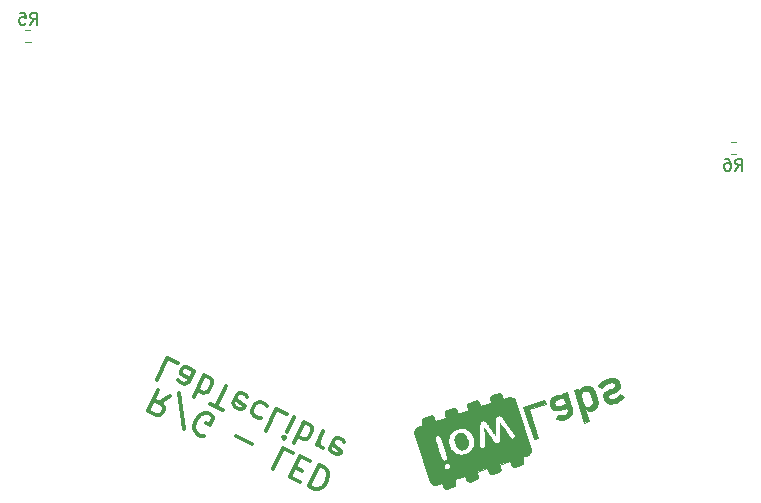
<source format=gbo>
G04 #@! TF.GenerationSoftware,KiCad,Pcbnew,(5.1.9)-1*
G04 #@! TF.CreationDate,2021-10-29T13:55:56-03:00*
G04 #@! TF.ProjectId,RG_Led_ring,52475f4c-6564-45f7-9269-6e672e6b6963,rev?*
G04 #@! TF.SameCoordinates,Original*
G04 #@! TF.FileFunction,Legend,Bot*
G04 #@! TF.FilePolarity,Positive*
%FSLAX46Y46*%
G04 Gerber Fmt 4.6, Leading zero omitted, Abs format (unit mm)*
G04 Created by KiCad (PCBNEW (5.1.9)-1) date 2021-10-29 13:55:56*
%MOMM*%
%LPD*%
G01*
G04 APERTURE LIST*
%ADD10C,0.300000*%
%ADD11C,0.010000*%
%ADD12C,0.120000*%
%ADD13C,0.150000*%
%ADD14O,2.900000X2.200000*%
%ADD15C,2.200000*%
%ADD16O,2.200000X2.900000*%
G04 APERTURE END LIST*
D10*
X132234009Y-125639933D02*
X131227310Y-126221338D01*
X131198228Y-125156941D02*
X130352992Y-126969557D01*
X131043512Y-127291552D01*
X131256391Y-127285735D01*
X131382956Y-127239670D01*
X131549770Y-127107289D01*
X131670518Y-126848344D01*
X131664701Y-126635464D01*
X131618636Y-126508900D01*
X131486255Y-126342086D01*
X130795735Y-126020091D01*
X133420083Y-128504849D02*
X132953146Y-125449854D01*
X135054253Y-129056707D02*
X134841373Y-129062523D01*
X134582428Y-128941775D01*
X134363732Y-128734712D01*
X134271601Y-128481583D01*
X134265785Y-128268704D01*
X134340467Y-127883194D01*
X134461215Y-127624249D01*
X134708528Y-127319239D01*
X134875342Y-127186858D01*
X135128470Y-127094727D01*
X135427665Y-127129160D01*
X135600295Y-127209658D01*
X135818990Y-127416721D01*
X135865056Y-127543286D01*
X135583311Y-128147491D01*
X135238051Y-127986494D01*
X137781436Y-129067410D02*
X139162476Y-129711400D01*
X142591812Y-130469856D02*
X141728662Y-130067363D01*
X140883425Y-131879978D01*
X142753274Y-131701067D02*
X143357479Y-131982813D01*
X144059167Y-131154095D02*
X143196017Y-130751602D01*
X142350781Y-132564217D01*
X143213931Y-132966711D01*
X144836003Y-131516340D02*
X143990766Y-133328955D01*
X144422341Y-133530202D01*
X144721536Y-133564635D01*
X144974665Y-133472504D01*
X145141478Y-133340123D01*
X145388791Y-133035112D01*
X145509539Y-132776167D01*
X145584221Y-132390658D01*
X145578405Y-132177778D01*
X145486274Y-131924650D01*
X145267578Y-131717586D01*
X144836003Y-131516340D01*
X132836111Y-122880806D02*
X131972961Y-122478313D01*
X131127725Y-124290928D01*
X134217152Y-123524796D02*
X133774409Y-124474261D01*
X133607595Y-124606642D01*
X133394716Y-124612458D01*
X133049456Y-124451461D01*
X132917075Y-124284647D01*
X134176902Y-123611111D02*
X134044522Y-123444297D01*
X133612947Y-123243050D01*
X133400067Y-123248867D01*
X133233253Y-123381247D01*
X133152755Y-123553877D01*
X133158571Y-123766757D01*
X133290952Y-123933571D01*
X133722527Y-124134817D01*
X133854908Y-124301631D01*
X135080302Y-123927289D02*
X134235065Y-125739905D01*
X134557060Y-125049385D02*
X134689441Y-125216199D01*
X135034701Y-125377196D01*
X135247581Y-125371380D01*
X135374145Y-125325314D01*
X135540959Y-125192933D01*
X135782455Y-124675043D01*
X135776639Y-124462164D01*
X135730573Y-124335599D01*
X135598192Y-124168786D01*
X135252932Y-124007788D01*
X135040053Y-124013604D01*
X135616106Y-126383895D02*
X136651886Y-126866887D01*
X136979233Y-124812775D02*
X136133996Y-126625391D01*
X138751599Y-125744327D02*
X138619218Y-125577513D01*
X138273958Y-125416516D01*
X138061079Y-125422332D01*
X137894265Y-125554713D01*
X137572270Y-126245233D01*
X137578086Y-126458112D01*
X137710467Y-126624926D01*
X138055727Y-126785924D01*
X138268607Y-126780107D01*
X138435420Y-126647727D01*
X138515919Y-126475096D01*
X137733267Y-125899973D01*
X140391584Y-126509065D02*
X140259204Y-126342251D01*
X139913944Y-126181254D01*
X139701064Y-126187070D01*
X139574500Y-126233136D01*
X139407686Y-126365516D01*
X139166190Y-126883406D01*
X139172006Y-127096286D01*
X139218072Y-127222850D01*
X139350453Y-127389664D01*
X139695713Y-127550661D01*
X139908592Y-127544845D01*
X142071819Y-127187487D02*
X141208669Y-126784994D01*
X140363432Y-128597609D01*
X142676024Y-127469233D02*
X142112533Y-128677643D01*
X141830788Y-129281849D02*
X141784722Y-129155284D01*
X141911287Y-129109219D01*
X141957352Y-129235783D01*
X141830788Y-129281849D01*
X141911287Y-129109219D01*
X143539175Y-127871727D02*
X142693938Y-129684342D01*
X143015933Y-128993822D02*
X143148314Y-129160636D01*
X143493574Y-129321633D01*
X143706453Y-129315817D01*
X143833018Y-129269751D01*
X143999831Y-129137370D01*
X144241328Y-128619480D01*
X144235511Y-128406601D01*
X144189446Y-128280036D01*
X144057065Y-128113223D01*
X143711805Y-127952225D01*
X143498925Y-127958042D01*
X145179160Y-128636464D02*
X144615669Y-129844875D01*
X144776667Y-129499615D02*
X144782483Y-129712494D01*
X144828549Y-129839058D01*
X144960929Y-130005872D01*
X145133559Y-130086371D01*
X146951526Y-129568016D02*
X146819146Y-129401202D01*
X146473886Y-129240205D01*
X146261006Y-129246021D01*
X146094192Y-129378402D01*
X145772198Y-130068922D01*
X145778014Y-130281801D01*
X145910395Y-130448615D01*
X146255655Y-130609613D01*
X146468534Y-130603796D01*
X146635348Y-130471416D01*
X146715847Y-130298786D01*
X145933195Y-129723662D01*
D11*
G36*
X157155852Y-130140777D02*
G01*
X157221506Y-130104578D01*
X157254247Y-130078727D01*
X157330758Y-129986288D01*
X157382956Y-129881345D01*
X157410909Y-129763411D01*
X157414685Y-129632004D01*
X157394348Y-129486637D01*
X157355887Y-129344710D01*
X157296539Y-129191822D01*
X157226146Y-129064769D01*
X157144488Y-128963326D01*
X157051351Y-128887265D01*
X156946513Y-128836361D01*
X156843588Y-128812084D01*
X156781221Y-128811838D01*
X156704454Y-128823363D01*
X156623166Y-128844049D01*
X156547238Y-128871285D01*
X156486553Y-128902461D01*
X156477217Y-128908865D01*
X156393972Y-128985346D01*
X156332808Y-129077825D01*
X156293430Y-129187066D01*
X156275543Y-129313832D01*
X156276488Y-129428085D01*
X156286687Y-129498222D01*
X156307858Y-129583984D01*
X156337279Y-129677896D01*
X156372229Y-129772489D01*
X156409987Y-129860287D01*
X156447829Y-129933818D01*
X156476727Y-129977858D01*
X156566253Y-130076557D01*
X156661463Y-130148268D01*
X156763812Y-130193905D01*
X156849488Y-130211983D01*
X156914882Y-130211068D01*
X156993661Y-130196945D01*
X157076944Y-130172541D01*
X157155852Y-130140777D01*
G37*
X157155852Y-130140777D02*
X157221506Y-130104578D01*
X157254247Y-130078727D01*
X157330758Y-129986288D01*
X157382956Y-129881345D01*
X157410909Y-129763411D01*
X157414685Y-129632004D01*
X157394348Y-129486637D01*
X157355887Y-129344710D01*
X157296539Y-129191822D01*
X157226146Y-129064769D01*
X157144488Y-128963326D01*
X157051351Y-128887265D01*
X156946513Y-128836361D01*
X156843588Y-128812084D01*
X156781221Y-128811838D01*
X156704454Y-128823363D01*
X156623166Y-128844049D01*
X156547238Y-128871285D01*
X156486553Y-128902461D01*
X156477217Y-128908865D01*
X156393972Y-128985346D01*
X156332808Y-129077825D01*
X156293430Y-129187066D01*
X156275543Y-129313832D01*
X156276488Y-129428085D01*
X156286687Y-129498222D01*
X156307858Y-129583984D01*
X156337279Y-129677896D01*
X156372229Y-129772489D01*
X156409987Y-129860287D01*
X156447829Y-129933818D01*
X156476727Y-129977858D01*
X156566253Y-130076557D01*
X156661463Y-130148268D01*
X156763812Y-130193905D01*
X156849488Y-130211983D01*
X156914882Y-130211068D01*
X156993661Y-130196945D01*
X157076944Y-130172541D01*
X157155852Y-130140777D01*
G36*
X162614086Y-126805329D02*
G01*
X164009814Y-126351830D01*
X163887718Y-125976057D01*
X162089375Y-126560374D01*
X162992014Y-129338410D01*
X163394628Y-129207592D01*
X162614086Y-126805329D01*
G37*
X162614086Y-126805329D02*
X164009814Y-126351830D01*
X163887718Y-125976057D01*
X162089375Y-126560374D01*
X162992014Y-129338410D01*
X163394628Y-129207592D01*
X162614086Y-126805329D01*
G36*
X170099611Y-126167593D02*
G01*
X170216463Y-126103666D01*
X170329078Y-126025731D01*
X170343055Y-126014966D01*
X170388132Y-125977363D01*
X170437661Y-125931995D01*
X170487482Y-125883209D01*
X170533440Y-125835351D01*
X170571377Y-125792768D01*
X170597136Y-125759804D01*
X170606560Y-125740808D01*
X170606387Y-125739646D01*
X170593323Y-125727744D01*
X170559724Y-125703529D01*
X170509147Y-125669382D01*
X170445152Y-125627682D01*
X170371297Y-125580812D01*
X170336142Y-125558883D01*
X170284937Y-125527112D01*
X170215077Y-125602594D01*
X170170871Y-125646353D01*
X170113684Y-125697468D01*
X170053611Y-125747044D01*
X170033465Y-125762620D01*
X169981868Y-125800596D01*
X169938883Y-125828505D01*
X169895986Y-125850633D01*
X169844658Y-125871268D01*
X169776375Y-125894699D01*
X169760775Y-125899823D01*
X169691064Y-125922187D01*
X169640676Y-125936476D01*
X169602251Y-125943802D01*
X169568427Y-125945283D01*
X169531845Y-125942033D01*
X169506233Y-125938385D01*
X169421532Y-125914901D01*
X169354052Y-125874212D01*
X169306562Y-125819221D01*
X169281828Y-125752827D01*
X169279568Y-125700733D01*
X169286945Y-125662065D01*
X169304114Y-125626759D01*
X169333680Y-125592990D01*
X169378250Y-125558933D01*
X169440430Y-125522762D01*
X169522826Y-125482655D01*
X169628044Y-125436781D01*
X169697442Y-125408085D01*
X169833336Y-125350116D01*
X169944847Y-125296417D01*
X170035066Y-125244806D01*
X170107088Y-125193106D01*
X170164003Y-125139138D01*
X170208904Y-125080722D01*
X170240046Y-125025714D01*
X170270041Y-124955420D01*
X170286765Y-124888894D01*
X170290192Y-124819868D01*
X170280291Y-124742080D01*
X170257033Y-124649260D01*
X170237983Y-124587827D01*
X170212440Y-124511402D01*
X170191595Y-124455660D01*
X170172445Y-124414131D01*
X170151988Y-124380349D01*
X170127221Y-124347845D01*
X170125754Y-124346063D01*
X170041147Y-124261714D01*
X169943994Y-124199211D01*
X169833322Y-124158437D01*
X169708155Y-124139275D01*
X169567521Y-124141610D01*
X169410443Y-124165322D01*
X169235949Y-124210297D01*
X169169388Y-124231435D01*
X169079782Y-124262856D01*
X169008248Y-124292423D01*
X168945308Y-124324420D01*
X168888981Y-124358332D01*
X168804298Y-124413867D01*
X168738029Y-124461344D01*
X168683644Y-124505909D01*
X168634617Y-124552707D01*
X168611487Y-124577024D01*
X168571086Y-124623158D01*
X168530893Y-124673411D01*
X168494794Y-124722349D01*
X168466674Y-124764544D01*
X168450418Y-124794563D01*
X168448155Y-124805358D01*
X168460480Y-124816481D01*
X168491129Y-124839123D01*
X168534651Y-124869598D01*
X168585597Y-124904224D01*
X168638511Y-124939315D01*
X168687945Y-124971188D01*
X168728445Y-124996157D01*
X168742415Y-125004222D01*
X168756208Y-125006284D01*
X168774392Y-124995960D01*
X168800796Y-124969986D01*
X168839252Y-124925100D01*
X168848414Y-124913948D01*
X168970166Y-124783893D01*
X169101542Y-124679268D01*
X169241560Y-124600732D01*
X169389240Y-124548943D01*
X169394667Y-124547591D01*
X169516597Y-124524638D01*
X169618707Y-124520734D01*
X169701984Y-124535868D01*
X169721592Y-124543312D01*
X169787992Y-124579974D01*
X169833484Y-124626990D01*
X169865268Y-124692221D01*
X169869539Y-124704805D01*
X169882151Y-124761364D01*
X169879883Y-124812503D01*
X169860926Y-124859979D01*
X169823471Y-124905549D01*
X169765708Y-124950974D01*
X169685828Y-124998011D01*
X169582021Y-125048419D01*
X169463602Y-125099380D01*
X169323445Y-125159519D01*
X169208011Y-125214581D01*
X169114691Y-125266518D01*
X169040874Y-125317279D01*
X168983951Y-125368818D01*
X168941311Y-125423083D01*
X168910345Y-125482028D01*
X168895040Y-125524424D01*
X168879605Y-125579921D01*
X168871567Y-125628072D01*
X168871484Y-125675594D01*
X168879917Y-125729212D01*
X168897423Y-125795643D01*
X168924564Y-125881611D01*
X168924847Y-125882473D01*
X168961178Y-125984742D01*
X168996946Y-126064379D01*
X169035881Y-126126645D01*
X169081718Y-126176802D01*
X169138188Y-126220110D01*
X169184295Y-126248178D01*
X169277213Y-126291644D01*
X169374503Y-126317644D01*
X169480140Y-126326310D01*
X169598095Y-126317769D01*
X169732345Y-126292151D01*
X169821354Y-126268923D01*
X169970563Y-126221388D01*
X170099611Y-126167593D01*
G37*
X170099611Y-126167593D02*
X170216463Y-126103666D01*
X170329078Y-126025731D01*
X170343055Y-126014966D01*
X170388132Y-125977363D01*
X170437661Y-125931995D01*
X170487482Y-125883209D01*
X170533440Y-125835351D01*
X170571377Y-125792768D01*
X170597136Y-125759804D01*
X170606560Y-125740808D01*
X170606387Y-125739646D01*
X170593323Y-125727744D01*
X170559724Y-125703529D01*
X170509147Y-125669382D01*
X170445152Y-125627682D01*
X170371297Y-125580812D01*
X170336142Y-125558883D01*
X170284937Y-125527112D01*
X170215077Y-125602594D01*
X170170871Y-125646353D01*
X170113684Y-125697468D01*
X170053611Y-125747044D01*
X170033465Y-125762620D01*
X169981868Y-125800596D01*
X169938883Y-125828505D01*
X169895986Y-125850633D01*
X169844658Y-125871268D01*
X169776375Y-125894699D01*
X169760775Y-125899823D01*
X169691064Y-125922187D01*
X169640676Y-125936476D01*
X169602251Y-125943802D01*
X169568427Y-125945283D01*
X169531845Y-125942033D01*
X169506233Y-125938385D01*
X169421532Y-125914901D01*
X169354052Y-125874212D01*
X169306562Y-125819221D01*
X169281828Y-125752827D01*
X169279568Y-125700733D01*
X169286945Y-125662065D01*
X169304114Y-125626759D01*
X169333680Y-125592990D01*
X169378250Y-125558933D01*
X169440430Y-125522762D01*
X169522826Y-125482655D01*
X169628044Y-125436781D01*
X169697442Y-125408085D01*
X169833336Y-125350116D01*
X169944847Y-125296417D01*
X170035066Y-125244806D01*
X170107088Y-125193106D01*
X170164003Y-125139138D01*
X170208904Y-125080722D01*
X170240046Y-125025714D01*
X170270041Y-124955420D01*
X170286765Y-124888894D01*
X170290192Y-124819868D01*
X170280291Y-124742080D01*
X170257033Y-124649260D01*
X170237983Y-124587827D01*
X170212440Y-124511402D01*
X170191595Y-124455660D01*
X170172445Y-124414131D01*
X170151988Y-124380349D01*
X170127221Y-124347845D01*
X170125754Y-124346063D01*
X170041147Y-124261714D01*
X169943994Y-124199211D01*
X169833322Y-124158437D01*
X169708155Y-124139275D01*
X169567521Y-124141610D01*
X169410443Y-124165322D01*
X169235949Y-124210297D01*
X169169388Y-124231435D01*
X169079782Y-124262856D01*
X169008248Y-124292423D01*
X168945308Y-124324420D01*
X168888981Y-124358332D01*
X168804298Y-124413867D01*
X168738029Y-124461344D01*
X168683644Y-124505909D01*
X168634617Y-124552707D01*
X168611487Y-124577024D01*
X168571086Y-124623158D01*
X168530893Y-124673411D01*
X168494794Y-124722349D01*
X168466674Y-124764544D01*
X168450418Y-124794563D01*
X168448155Y-124805358D01*
X168460480Y-124816481D01*
X168491129Y-124839123D01*
X168534651Y-124869598D01*
X168585597Y-124904224D01*
X168638511Y-124939315D01*
X168687945Y-124971188D01*
X168728445Y-124996157D01*
X168742415Y-125004222D01*
X168756208Y-125006284D01*
X168774392Y-124995960D01*
X168800796Y-124969986D01*
X168839252Y-124925100D01*
X168848414Y-124913948D01*
X168970166Y-124783893D01*
X169101542Y-124679268D01*
X169241560Y-124600732D01*
X169389240Y-124548943D01*
X169394667Y-124547591D01*
X169516597Y-124524638D01*
X169618707Y-124520734D01*
X169701984Y-124535868D01*
X169721592Y-124543312D01*
X169787992Y-124579974D01*
X169833484Y-124626990D01*
X169865268Y-124692221D01*
X169869539Y-124704805D01*
X169882151Y-124761364D01*
X169879883Y-124812503D01*
X169860926Y-124859979D01*
X169823471Y-124905549D01*
X169765708Y-124950974D01*
X169685828Y-124998011D01*
X169582021Y-125048419D01*
X169463602Y-125099380D01*
X169323445Y-125159519D01*
X169208011Y-125214581D01*
X169114691Y-125266518D01*
X169040874Y-125317279D01*
X168983951Y-125368818D01*
X168941311Y-125423083D01*
X168910345Y-125482028D01*
X168895040Y-125524424D01*
X168879605Y-125579921D01*
X168871567Y-125628072D01*
X168871484Y-125675594D01*
X168879917Y-125729212D01*
X168897423Y-125795643D01*
X168924564Y-125881611D01*
X168924847Y-125882473D01*
X168961178Y-125984742D01*
X168996946Y-126064379D01*
X169035881Y-126126645D01*
X169081718Y-126176802D01*
X169138188Y-126220110D01*
X169184295Y-126248178D01*
X169277213Y-126291644D01*
X169374503Y-126317644D01*
X169480140Y-126326310D01*
X169598095Y-126317769D01*
X169732345Y-126292151D01*
X169821354Y-126268923D01*
X169970563Y-126221388D01*
X170099611Y-126167593D01*
G36*
X167334200Y-126765369D02*
G01*
X167400835Y-126810447D01*
X167511816Y-126868981D01*
X167633641Y-126903703D01*
X167760632Y-126913683D01*
X167887115Y-126897994D01*
X167906439Y-126893170D01*
X168045052Y-126844027D01*
X168162803Y-126776705D01*
X168259048Y-126691885D01*
X168333143Y-126590247D01*
X168384444Y-126472474D01*
X168409566Y-126360772D01*
X168416712Y-126301672D01*
X168420020Y-126246352D01*
X168418782Y-126191016D01*
X168412289Y-126131867D01*
X168399832Y-126065114D01*
X168380707Y-125986960D01*
X168354202Y-125893612D01*
X168319611Y-125781273D01*
X168276286Y-125646334D01*
X168236003Y-125523433D01*
X168202576Y-125424129D01*
X168174718Y-125344995D01*
X168151147Y-125282607D01*
X168130578Y-125233536D01*
X168111729Y-125194357D01*
X168096957Y-125167719D01*
X168010538Y-125045251D01*
X167911336Y-124947635D01*
X167800638Y-124875351D01*
X167679737Y-124828886D01*
X167549925Y-124808719D01*
X167412491Y-124815335D01*
X167268727Y-124849215D01*
X167256204Y-124853385D01*
X167200315Y-124874219D01*
X167148377Y-124896601D01*
X167114653Y-124913996D01*
X167028044Y-124981158D01*
X166952637Y-125067770D01*
X166895061Y-125165431D01*
X166874018Y-125218875D01*
X166852916Y-125284129D01*
X166773117Y-125038533D01*
X166383924Y-125164990D01*
X166745056Y-126276440D01*
X167135883Y-126149453D01*
X167105538Y-126054972D01*
X167075630Y-125957946D01*
X167047576Y-125863000D01*
X167022793Y-125774761D01*
X167002698Y-125697850D01*
X166988708Y-125636896D01*
X166982238Y-125596524D01*
X166981979Y-125588992D01*
X166991244Y-125531632D01*
X167013181Y-125465345D01*
X167043029Y-125401652D01*
X167076029Y-125352071D01*
X167083052Y-125344390D01*
X167155415Y-125288781D01*
X167245086Y-125246859D01*
X167343366Y-125221342D01*
X167441560Y-125214947D01*
X167483999Y-125219125D01*
X167580061Y-125248246D01*
X167665044Y-125301985D01*
X167734588Y-125377549D01*
X167737299Y-125381441D01*
X167758557Y-125420436D01*
X167785177Y-125481635D01*
X167815496Y-125559909D01*
X167847850Y-125650126D01*
X167880576Y-125747158D01*
X167912013Y-125845874D01*
X167940495Y-125941146D01*
X167964359Y-126027843D01*
X167981943Y-126100835D01*
X167991583Y-126154991D01*
X167992815Y-126169499D01*
X167984726Y-126276971D01*
X167951720Y-126372536D01*
X167894419Y-126454532D01*
X167880535Y-126468732D01*
X167842539Y-126503059D01*
X167806608Y-126527583D01*
X167762959Y-126547786D01*
X167701813Y-126569152D01*
X167700831Y-126569471D01*
X167639259Y-126588075D01*
X167592698Y-126597443D01*
X167549954Y-126598813D01*
X167499830Y-126593425D01*
X167493152Y-126592438D01*
X167397858Y-126564753D01*
X167316661Y-126512725D01*
X167250276Y-126436857D01*
X167233301Y-126409426D01*
X167215374Y-126371376D01*
X167192218Y-126312280D01*
X167165248Y-126236764D01*
X167135883Y-126149453D01*
X166745056Y-126276440D01*
X167286563Y-127943026D01*
X167675756Y-127816570D01*
X167334200Y-126765369D01*
G37*
X167334200Y-126765369D02*
X167400835Y-126810447D01*
X167511816Y-126868981D01*
X167633641Y-126903703D01*
X167760632Y-126913683D01*
X167887115Y-126897994D01*
X167906439Y-126893170D01*
X168045052Y-126844027D01*
X168162803Y-126776705D01*
X168259048Y-126691885D01*
X168333143Y-126590247D01*
X168384444Y-126472474D01*
X168409566Y-126360772D01*
X168416712Y-126301672D01*
X168420020Y-126246352D01*
X168418782Y-126191016D01*
X168412289Y-126131867D01*
X168399832Y-126065114D01*
X168380707Y-125986960D01*
X168354202Y-125893612D01*
X168319611Y-125781273D01*
X168276286Y-125646334D01*
X168236003Y-125523433D01*
X168202576Y-125424129D01*
X168174718Y-125344995D01*
X168151147Y-125282607D01*
X168130578Y-125233536D01*
X168111729Y-125194357D01*
X168096957Y-125167719D01*
X168010538Y-125045251D01*
X167911336Y-124947635D01*
X167800638Y-124875351D01*
X167679737Y-124828886D01*
X167549925Y-124808719D01*
X167412491Y-124815335D01*
X167268727Y-124849215D01*
X167256204Y-124853385D01*
X167200315Y-124874219D01*
X167148377Y-124896601D01*
X167114653Y-124913996D01*
X167028044Y-124981158D01*
X166952637Y-125067770D01*
X166895061Y-125165431D01*
X166874018Y-125218875D01*
X166852916Y-125284129D01*
X166773117Y-125038533D01*
X166383924Y-125164990D01*
X166745056Y-126276440D01*
X167135883Y-126149453D01*
X167105538Y-126054972D01*
X167075630Y-125957946D01*
X167047576Y-125863000D01*
X167022793Y-125774761D01*
X167002698Y-125697850D01*
X166988708Y-125636896D01*
X166982238Y-125596524D01*
X166981979Y-125588992D01*
X166991244Y-125531632D01*
X167013181Y-125465345D01*
X167043029Y-125401652D01*
X167076029Y-125352071D01*
X167083052Y-125344390D01*
X167155415Y-125288781D01*
X167245086Y-125246859D01*
X167343366Y-125221342D01*
X167441560Y-125214947D01*
X167483999Y-125219125D01*
X167580061Y-125248246D01*
X167665044Y-125301985D01*
X167734588Y-125377549D01*
X167737299Y-125381441D01*
X167758557Y-125420436D01*
X167785177Y-125481635D01*
X167815496Y-125559909D01*
X167847850Y-125650126D01*
X167880576Y-125747158D01*
X167912013Y-125845874D01*
X167940495Y-125941146D01*
X167964359Y-126027843D01*
X167981943Y-126100835D01*
X167991583Y-126154991D01*
X167992815Y-126169499D01*
X167984726Y-126276971D01*
X167951720Y-126372536D01*
X167894419Y-126454532D01*
X167880535Y-126468732D01*
X167842539Y-126503059D01*
X167806608Y-126527583D01*
X167762959Y-126547786D01*
X167701813Y-126569152D01*
X167700831Y-126569471D01*
X167639259Y-126588075D01*
X167592698Y-126597443D01*
X167549954Y-126598813D01*
X167499830Y-126593425D01*
X167493152Y-126592438D01*
X167397858Y-126564753D01*
X167316661Y-126512725D01*
X167250276Y-126436857D01*
X167233301Y-126409426D01*
X167215374Y-126371376D01*
X167192218Y-126312280D01*
X167165248Y-126236764D01*
X167135883Y-126149453D01*
X166745056Y-126276440D01*
X167286563Y-127943026D01*
X167675756Y-127816570D01*
X167334200Y-126765369D01*
G36*
X165818920Y-127563204D02*
G01*
X165952454Y-127487179D01*
X166062450Y-127397501D01*
X166148341Y-127294727D01*
X166209560Y-127179416D01*
X166245543Y-127052122D01*
X166245853Y-127050326D01*
X166252510Y-127008224D01*
X166256955Y-126968629D01*
X166258619Y-126929036D01*
X166256929Y-126886938D01*
X166251313Y-126839828D01*
X166241200Y-126785201D01*
X166226018Y-126720549D01*
X166205195Y-126643367D01*
X166178161Y-126551148D01*
X166144342Y-126441386D01*
X166103167Y-126311575D01*
X166054066Y-126159206D01*
X166015429Y-126040118D01*
X165793424Y-125356855D01*
X165417651Y-125478951D01*
X165461401Y-125613601D01*
X165379021Y-125589163D01*
X165296252Y-125568715D01*
X165219660Y-125560091D01*
X165141335Y-125563611D01*
X165053367Y-125579595D01*
X164954574Y-125606342D01*
X164886706Y-125627184D01*
X164826327Y-125646756D01*
X164779941Y-125662880D01*
X164754055Y-125673382D01*
X164753835Y-125673497D01*
X164644817Y-125735103D01*
X164559165Y-125794258D01*
X164492719Y-125854751D01*
X164441320Y-125920369D01*
X164400810Y-125994896D01*
X164400785Y-125994951D01*
X164370014Y-126076364D01*
X164354735Y-126155458D01*
X164354745Y-126239383D01*
X164369840Y-126335292D01*
X164388925Y-126412124D01*
X164411939Y-126480049D01*
X164771326Y-126363277D01*
X164749215Y-126273298D01*
X164746302Y-126238646D01*
X164756241Y-126168661D01*
X164789331Y-126098791D01*
X164841424Y-126036318D01*
X164878611Y-126006409D01*
X164930937Y-125977082D01*
X165002543Y-125945646D01*
X165084941Y-125915043D01*
X165169642Y-125888213D01*
X165248162Y-125868095D01*
X165306448Y-125858169D01*
X165363014Y-125855157D01*
X165418999Y-125856748D01*
X165440029Y-125859080D01*
X165477990Y-125866335D01*
X165507669Y-125877318D01*
X165531786Y-125895894D01*
X165553064Y-125925932D01*
X165574223Y-125971297D01*
X165597985Y-126035856D01*
X165627070Y-126123477D01*
X165696727Y-126337861D01*
X165386259Y-126438738D01*
X165262774Y-126477961D01*
X165162182Y-126507977D01*
X165085458Y-126528516D01*
X165033581Y-126539308D01*
X165016769Y-126540978D01*
X164937183Y-126529834D01*
X164867972Y-126494520D01*
X164811798Y-126438009D01*
X164771326Y-126363277D01*
X164411939Y-126480049D01*
X164435534Y-126549687D01*
X164493314Y-126662165D01*
X164563414Y-126750860D01*
X164646986Y-126817070D01*
X164745181Y-126862096D01*
X164800613Y-126877179D01*
X164852010Y-126886889D01*
X164901494Y-126892081D01*
X164952907Y-126892135D01*
X165010092Y-126886434D01*
X165076891Y-126874358D01*
X165157147Y-126855291D01*
X165254702Y-126828616D01*
X165373397Y-126793711D01*
X165434518Y-126775221D01*
X165802455Y-126663257D01*
X165829470Y-126746401D01*
X165854356Y-126859218D01*
X165853186Y-126963498D01*
X165829994Y-127048713D01*
X165798107Y-127112882D01*
X165759198Y-127162897D01*
X165707598Y-127203555D01*
X165637637Y-127239659D01*
X165574847Y-127264740D01*
X165507977Y-127288420D01*
X165456295Y-127302979D01*
X165409074Y-127310477D01*
X165355588Y-127312971D01*
X165323452Y-127312988D01*
X165259349Y-127310583D01*
X165198105Y-127305036D01*
X165151350Y-127297460D01*
X165145384Y-127295970D01*
X165086125Y-127279846D01*
X164977739Y-127419317D01*
X164936218Y-127472938D01*
X164901415Y-127518249D01*
X164876775Y-127550738D01*
X164865744Y-127565892D01*
X164865537Y-127566249D01*
X164873613Y-127578716D01*
X164903347Y-127596578D01*
X164949314Y-127617291D01*
X165006091Y-127638310D01*
X165045689Y-127650773D01*
X165199343Y-127681099D01*
X165360767Y-127684507D01*
X165529332Y-127661023D01*
X165662413Y-127625019D01*
X165818920Y-127563204D01*
G37*
X165818920Y-127563204D02*
X165952454Y-127487179D01*
X166062450Y-127397501D01*
X166148341Y-127294727D01*
X166209560Y-127179416D01*
X166245543Y-127052122D01*
X166245853Y-127050326D01*
X166252510Y-127008224D01*
X166256955Y-126968629D01*
X166258619Y-126929036D01*
X166256929Y-126886938D01*
X166251313Y-126839828D01*
X166241200Y-126785201D01*
X166226018Y-126720549D01*
X166205195Y-126643367D01*
X166178161Y-126551148D01*
X166144342Y-126441386D01*
X166103167Y-126311575D01*
X166054066Y-126159206D01*
X166015429Y-126040118D01*
X165793424Y-125356855D01*
X165417651Y-125478951D01*
X165461401Y-125613601D01*
X165379021Y-125589163D01*
X165296252Y-125568715D01*
X165219660Y-125560091D01*
X165141335Y-125563611D01*
X165053367Y-125579595D01*
X164954574Y-125606342D01*
X164886706Y-125627184D01*
X164826327Y-125646756D01*
X164779941Y-125662880D01*
X164754055Y-125673382D01*
X164753835Y-125673497D01*
X164644817Y-125735103D01*
X164559165Y-125794258D01*
X164492719Y-125854751D01*
X164441320Y-125920369D01*
X164400810Y-125994896D01*
X164400785Y-125994951D01*
X164370014Y-126076364D01*
X164354735Y-126155458D01*
X164354745Y-126239383D01*
X164369840Y-126335292D01*
X164388925Y-126412124D01*
X164411939Y-126480049D01*
X164771326Y-126363277D01*
X164749215Y-126273298D01*
X164746302Y-126238646D01*
X164756241Y-126168661D01*
X164789331Y-126098791D01*
X164841424Y-126036318D01*
X164878611Y-126006409D01*
X164930937Y-125977082D01*
X165002543Y-125945646D01*
X165084941Y-125915043D01*
X165169642Y-125888213D01*
X165248162Y-125868095D01*
X165306448Y-125858169D01*
X165363014Y-125855157D01*
X165418999Y-125856748D01*
X165440029Y-125859080D01*
X165477990Y-125866335D01*
X165507669Y-125877318D01*
X165531786Y-125895894D01*
X165553064Y-125925932D01*
X165574223Y-125971297D01*
X165597985Y-126035856D01*
X165627070Y-126123477D01*
X165696727Y-126337861D01*
X165386259Y-126438738D01*
X165262774Y-126477961D01*
X165162182Y-126507977D01*
X165085458Y-126528516D01*
X165033581Y-126539308D01*
X165016769Y-126540978D01*
X164937183Y-126529834D01*
X164867972Y-126494520D01*
X164811798Y-126438009D01*
X164771326Y-126363277D01*
X164411939Y-126480049D01*
X164435534Y-126549687D01*
X164493314Y-126662165D01*
X164563414Y-126750860D01*
X164646986Y-126817070D01*
X164745181Y-126862096D01*
X164800613Y-126877179D01*
X164852010Y-126886889D01*
X164901494Y-126892081D01*
X164952907Y-126892135D01*
X165010092Y-126886434D01*
X165076891Y-126874358D01*
X165157147Y-126855291D01*
X165254702Y-126828616D01*
X165373397Y-126793711D01*
X165434518Y-126775221D01*
X165802455Y-126663257D01*
X165829470Y-126746401D01*
X165854356Y-126859218D01*
X165853186Y-126963498D01*
X165829994Y-127048713D01*
X165798107Y-127112882D01*
X165759198Y-127162897D01*
X165707598Y-127203555D01*
X165637637Y-127239659D01*
X165574847Y-127264740D01*
X165507977Y-127288420D01*
X165456295Y-127302979D01*
X165409074Y-127310477D01*
X165355588Y-127312971D01*
X165323452Y-127312988D01*
X165259349Y-127310583D01*
X165198105Y-127305036D01*
X165151350Y-127297460D01*
X165145384Y-127295970D01*
X165086125Y-127279846D01*
X164977739Y-127419317D01*
X164936218Y-127472938D01*
X164901415Y-127518249D01*
X164876775Y-127550738D01*
X164865744Y-127565892D01*
X164865537Y-127566249D01*
X164873613Y-127578716D01*
X164903347Y-127596578D01*
X164949314Y-127617291D01*
X165006091Y-127638310D01*
X165045689Y-127650773D01*
X165199343Y-127681099D01*
X165360767Y-127684507D01*
X165529332Y-127661023D01*
X165662413Y-127625019D01*
X165818920Y-127563204D01*
G36*
X161799295Y-131535829D02*
G01*
X161888197Y-131505412D01*
X161956329Y-131479396D01*
X162006753Y-131455698D01*
X162042530Y-131432239D01*
X162066720Y-131406937D01*
X162082386Y-131377712D01*
X162092587Y-131342481D01*
X162100386Y-131299166D01*
X162101750Y-131290485D01*
X162106638Y-131254051D01*
X162107773Y-131222434D01*
X162104047Y-131189121D01*
X162094358Y-131147599D01*
X162077601Y-131091355D01*
X162057215Y-131027845D01*
X161999445Y-130850047D01*
X162276867Y-130755124D01*
X162554289Y-130660200D01*
X162629344Y-130587139D01*
X162703507Y-130496849D01*
X162756298Y-130393445D01*
X162784706Y-130283263D01*
X162787784Y-130253486D01*
X162793839Y-130166921D01*
X161442061Y-126006578D01*
X161370767Y-125931056D01*
X161279038Y-125851725D01*
X161176638Y-125797960D01*
X161060289Y-125768096D01*
X161047230Y-125766291D01*
X160944259Y-125753106D01*
X160400060Y-125919279D01*
X160333778Y-125730885D01*
X160306880Y-125655409D01*
X160286253Y-125601359D01*
X160269162Y-125563418D01*
X160252867Y-125536265D01*
X160234632Y-125514584D01*
X160211718Y-125493055D01*
X160211046Y-125492460D01*
X160183224Y-125468136D01*
X160158763Y-125449747D01*
X160134146Y-125437604D01*
X160105858Y-125432021D01*
X160070379Y-125433308D01*
X160024194Y-125441779D01*
X159963785Y-125457743D01*
X159885635Y-125481516D01*
X159786226Y-125513408D01*
X159715326Y-125536435D01*
X159357632Y-125652657D01*
X159323408Y-125719826D01*
X159300825Y-125778079D01*
X159291659Y-125841477D01*
X159296157Y-125914949D01*
X159314571Y-126003424D01*
X159342593Y-126097937D01*
X159391949Y-126249836D01*
X158482403Y-126545366D01*
X158416855Y-126362651D01*
X158381619Y-126269818D01*
X158349699Y-126199978D01*
X158317890Y-126148666D01*
X158282986Y-126111414D01*
X158241783Y-126083759D01*
X158204219Y-126066383D01*
X158150889Y-126044751D01*
X157799648Y-126158932D01*
X157684019Y-126196728D01*
X157592321Y-126227745D01*
X157521606Y-126253822D01*
X157468932Y-126276797D01*
X157431351Y-126298506D01*
X157405918Y-126320787D01*
X157389689Y-126345480D01*
X157379719Y-126374419D01*
X157373063Y-126409444D01*
X157370506Y-126426690D01*
X157366923Y-126460855D01*
X157367460Y-126494219D01*
X157373183Y-126533016D01*
X157385159Y-126583480D01*
X157404451Y-126651846D01*
X157415205Y-126688106D01*
X157470793Y-126874058D01*
X156564037Y-127168681D01*
X156498665Y-126990865D01*
X156460369Y-126893637D01*
X156424641Y-126819906D01*
X156388499Y-126765499D01*
X156348960Y-126726241D01*
X156303040Y-126697956D01*
X156283012Y-126689102D01*
X156231763Y-126668313D01*
X155872250Y-126785126D01*
X155757362Y-126822548D01*
X155666344Y-126853039D01*
X155596271Y-126878517D01*
X155544212Y-126900899D01*
X155507238Y-126922100D01*
X155482423Y-126944037D01*
X155466836Y-126968627D01*
X155457549Y-126997785D01*
X155451635Y-127033429D01*
X155447995Y-127062760D01*
X155444869Y-127098179D01*
X155445749Y-127131474D01*
X155451848Y-127169122D01*
X155464381Y-127217603D01*
X155484564Y-127283399D01*
X155496049Y-127319097D01*
X155553696Y-127496960D01*
X154630201Y-127797022D01*
X154563449Y-127607280D01*
X154536461Y-127531525D01*
X154515774Y-127477224D01*
X154498671Y-127439089D01*
X154482435Y-127411830D01*
X154464347Y-127390160D01*
X154441691Y-127368789D01*
X154440247Y-127367506D01*
X154412424Y-127343182D01*
X154387963Y-127324793D01*
X154363346Y-127312651D01*
X154335058Y-127307067D01*
X154299579Y-127308355D01*
X154253394Y-127316825D01*
X154192985Y-127332790D01*
X154114835Y-127356562D01*
X154015427Y-127388454D01*
X153944526Y-127411482D01*
X153586832Y-127527703D01*
X153552609Y-127594872D01*
X153529943Y-127653514D01*
X153520848Y-127717437D01*
X153525569Y-127791563D01*
X153544352Y-127880814D01*
X153571339Y-127971583D01*
X153620239Y-128122082D01*
X153357047Y-128213933D01*
X153263943Y-128246747D01*
X153193131Y-128272712D01*
X153140106Y-128293832D01*
X153100362Y-128312115D01*
X153069395Y-128329562D01*
X153042699Y-128348181D01*
X153026534Y-128361012D01*
X152958259Y-128432275D01*
X152901027Y-128521497D01*
X152860297Y-128618973D01*
X152845025Y-128683647D01*
X152830822Y-128774864D01*
X153429860Y-130618510D01*
X154872634Y-130149725D01*
X154815045Y-129972458D01*
X154765664Y-129819917D01*
X154723983Y-129689983D01*
X154689493Y-129580536D01*
X154661687Y-129489461D01*
X154640059Y-129414638D01*
X154624098Y-129353948D01*
X154613297Y-129305277D01*
X154607149Y-129266502D01*
X154605146Y-129235508D01*
X154606779Y-129210176D01*
X154611541Y-129188388D01*
X154618923Y-129168026D01*
X154628419Y-129146972D01*
X154630910Y-129141680D01*
X154676855Y-129075455D01*
X154740944Y-129026653D01*
X154816639Y-128999010D01*
X154887356Y-128995125D01*
X154948963Y-129011113D01*
X155013484Y-129044360D01*
X155068889Y-129088182D01*
X155083180Y-129103896D01*
X155094737Y-129126019D01*
X155113791Y-129172182D01*
X155139380Y-129239494D01*
X155170547Y-129325068D01*
X155206331Y-129426016D01*
X155245775Y-129539451D01*
X155287918Y-129662484D01*
X155331801Y-129792228D01*
X155376465Y-129925794D01*
X155395002Y-129981840D01*
X155819244Y-129843996D01*
X155784441Y-129731542D01*
X155760157Y-129637806D01*
X155745534Y-129555684D01*
X155739714Y-129478067D01*
X155741837Y-129397849D01*
X155751045Y-129307923D01*
X155752826Y-129294340D01*
X155786789Y-129133934D01*
X155843453Y-128987308D01*
X155898916Y-128890132D01*
X155983372Y-128782248D01*
X156088294Y-128679257D01*
X156205986Y-128587915D01*
X156323098Y-128517832D01*
X156370609Y-128497872D01*
X156438183Y-128474966D01*
X156518109Y-128451175D01*
X156602675Y-128428558D01*
X156684170Y-128409177D01*
X156754882Y-128395092D01*
X156807100Y-128388363D01*
X156807743Y-128388327D01*
X156982642Y-128391539D01*
X157147071Y-128420888D01*
X157300441Y-128476078D01*
X157442169Y-128556811D01*
X157571666Y-128662790D01*
X157688348Y-128793718D01*
X157734760Y-128858093D01*
X157761515Y-128899411D01*
X157783892Y-128939301D01*
X157804498Y-128983794D01*
X157825940Y-129038921D01*
X157850826Y-129110713D01*
X157872575Y-129176828D01*
X157900618Y-129264767D01*
X157920612Y-129332528D01*
X157933989Y-129386514D01*
X157942180Y-129433129D01*
X157946620Y-129478777D01*
X157948325Y-129515531D01*
X157941719Y-129695522D01*
X157910120Y-129862621D01*
X157853967Y-130016180D01*
X157790629Y-130126149D01*
X158394727Y-129929865D01*
X158389344Y-129906896D01*
X158385095Y-129877006D01*
X158381901Y-129837554D01*
X158379689Y-129785899D01*
X158378379Y-129719399D01*
X158377896Y-129635413D01*
X158378162Y-129531299D01*
X158379100Y-129404416D01*
X158380635Y-129252122D01*
X158380749Y-129241690D01*
X158383079Y-129031754D01*
X158385193Y-128848126D01*
X158387139Y-128688897D01*
X158388963Y-128552153D01*
X158390712Y-128435986D01*
X158392434Y-128338482D01*
X158394176Y-128257730D01*
X158395986Y-128191820D01*
X158397909Y-128138839D01*
X158399993Y-128096876D01*
X158402286Y-128064019D01*
X158404835Y-128038358D01*
X158407687Y-128017979D01*
X158410889Y-128000973D01*
X158411424Y-127998495D01*
X158438267Y-127920657D01*
X158480046Y-127853013D01*
X158528121Y-127806770D01*
X158583903Y-127777283D01*
X158651645Y-127754132D01*
X158716673Y-127741960D01*
X158735528Y-127741148D01*
X158803042Y-127751655D01*
X158868723Y-127783290D01*
X158935334Y-127837963D01*
X159005635Y-127917587D01*
X159023090Y-127940259D01*
X159041672Y-127966203D01*
X159073943Y-128012674D01*
X159117904Y-128076741D01*
X159171559Y-128155470D01*
X159232909Y-128245926D01*
X159299958Y-128345177D01*
X159370707Y-128450290D01*
X159391651Y-128481480D01*
X159461426Y-128585258D01*
X159526652Y-128681912D01*
X159585585Y-128768879D01*
X159636477Y-128843601D01*
X159677584Y-128903516D01*
X159707157Y-128946063D01*
X159723451Y-128968683D01*
X159725798Y-128971520D01*
X159728347Y-128960742D01*
X159729950Y-128924461D01*
X159730629Y-128865378D01*
X159730401Y-128786197D01*
X159729287Y-128689622D01*
X159727307Y-128578353D01*
X159724480Y-128455092D01*
X159721195Y-128335013D01*
X159717484Y-128198838D01*
X159714490Y-128068578D01*
X159712250Y-127947523D01*
X159710800Y-127838964D01*
X159710176Y-127746194D01*
X159710414Y-127672500D01*
X159711551Y-127621178D01*
X159713069Y-127598916D01*
X159735414Y-127506701D01*
X159777374Y-127433809D01*
X159840744Y-127378123D01*
X159927315Y-127337526D01*
X159937183Y-127334258D01*
X160023977Y-127319685D01*
X160107826Y-127332783D01*
X160189078Y-127373694D01*
X160268074Y-127442561D01*
X160306427Y-127487009D01*
X160358394Y-127553127D01*
X160420551Y-127633629D01*
X160491130Y-127726115D01*
X160568359Y-127828181D01*
X160650464Y-127937426D01*
X160735675Y-128051447D01*
X160822220Y-128167843D01*
X160908327Y-128284211D01*
X160992226Y-128398149D01*
X161072143Y-128507256D01*
X161146308Y-128609128D01*
X161212951Y-128701365D01*
X161270297Y-128781563D01*
X161316576Y-128847322D01*
X161350017Y-128896238D01*
X161368847Y-128925910D01*
X161371711Y-128931423D01*
X161394658Y-129013504D01*
X161390930Y-129089153D01*
X161361838Y-129155554D01*
X161308695Y-129209893D01*
X161232815Y-129249351D01*
X161221702Y-129253127D01*
X161144877Y-129268776D01*
X161079748Y-129260558D01*
X161021185Y-129227258D01*
X160990580Y-129198525D01*
X160973820Y-129177555D01*
X160942926Y-129135672D01*
X160899612Y-129075312D01*
X160845590Y-128998915D01*
X160782576Y-128908920D01*
X160712281Y-128807765D01*
X160636420Y-128697888D01*
X160556707Y-128581728D01*
X160540230Y-128557631D01*
X160436515Y-128406427D01*
X160348129Y-128278795D01*
X160275011Y-128174653D01*
X160217100Y-128093917D01*
X160174337Y-128036504D01*
X160146660Y-128002330D01*
X160134010Y-127991310D01*
X160133133Y-127992553D01*
X160133195Y-128012314D01*
X160134254Y-128057118D01*
X160136208Y-128123805D01*
X160138954Y-128209217D01*
X160142388Y-128310195D01*
X160146407Y-128423581D01*
X160150910Y-128546215D01*
X160152621Y-128591788D01*
X160159131Y-128766110D01*
X160164433Y-128914622D01*
X160168485Y-129039713D01*
X160171246Y-129143768D01*
X160172676Y-129229179D01*
X160172730Y-129298333D01*
X160171368Y-129353616D01*
X160168547Y-129397419D01*
X160164228Y-129432128D01*
X160158367Y-129460131D01*
X160150923Y-129483819D01*
X160141855Y-129505577D01*
X160136465Y-129516959D01*
X160085754Y-129591959D01*
X160019178Y-129645717D01*
X159940832Y-129676944D01*
X159854813Y-129684347D01*
X159765217Y-129666639D01*
X159720443Y-129648007D01*
X159703454Y-129639327D01*
X159687551Y-129629809D01*
X159671371Y-129617619D01*
X159653547Y-129600926D01*
X159632717Y-129577895D01*
X159607516Y-129546691D01*
X159576581Y-129505482D01*
X159538547Y-129452434D01*
X159492048Y-129385714D01*
X159435723Y-129303488D01*
X159368207Y-129203922D01*
X159288135Y-129085182D01*
X159194144Y-128945437D01*
X159160461Y-128895324D01*
X159089235Y-128789532D01*
X159023013Y-128691529D01*
X158963412Y-128603682D01*
X158912050Y-128528359D01*
X158870543Y-128467929D01*
X158840512Y-128424757D01*
X158823570Y-128401212D01*
X158820352Y-128397503D01*
X158820309Y-128412120D01*
X158821075Y-128452220D01*
X158822580Y-128515083D01*
X158824748Y-128597983D01*
X158827507Y-128698197D01*
X158830782Y-128813002D01*
X158834500Y-128939673D01*
X158838589Y-129075488D01*
X158839115Y-129092758D01*
X158844404Y-129273276D01*
X158848362Y-129427766D01*
X158850926Y-129558395D01*
X158852032Y-129667329D01*
X158851621Y-129756734D01*
X158849630Y-129828776D01*
X158845995Y-129885622D01*
X158840656Y-129929439D01*
X158833550Y-129962390D01*
X158824614Y-129986645D01*
X158813787Y-130004367D01*
X158812917Y-130005469D01*
X158761944Y-130048925D01*
X158694820Y-130078411D01*
X158621677Y-130090234D01*
X158585512Y-130088300D01*
X158507985Y-130066855D01*
X158449416Y-130025303D01*
X158407027Y-129961535D01*
X158401322Y-129948556D01*
X158394727Y-129929865D01*
X157790629Y-130126149D01*
X157773693Y-130155552D01*
X157669736Y-130280090D01*
X157542533Y-130389147D01*
X157392517Y-130482073D01*
X157255085Y-130544877D01*
X157079802Y-130600809D01*
X156906447Y-130629538D01*
X156736400Y-130631093D01*
X156571039Y-130605509D01*
X156411748Y-130552817D01*
X156349710Y-130523991D01*
X156276611Y-130485206D01*
X156220254Y-130449709D01*
X156171089Y-130410522D01*
X156119572Y-130360663D01*
X156103652Y-130344076D01*
X156037090Y-130271338D01*
X155983999Y-130205707D01*
X155940693Y-130140702D01*
X155903485Y-130069842D01*
X155868690Y-129986649D01*
X155832622Y-129884641D01*
X155819244Y-129843996D01*
X155395002Y-129981840D01*
X155420952Y-130060295D01*
X155464301Y-130192843D01*
X155505553Y-130320550D01*
X155543750Y-130440527D01*
X155577932Y-130549887D01*
X155607140Y-130645741D01*
X155630415Y-130725204D01*
X155646797Y-130785386D01*
X155655327Y-130823398D01*
X155656085Y-130828769D01*
X155653382Y-130913781D01*
X155628382Y-130989253D01*
X155585037Y-131052334D01*
X155527301Y-131100174D01*
X155459127Y-131129923D01*
X155384467Y-131138729D01*
X155307275Y-131123742D01*
X155270145Y-131107077D01*
X155224761Y-131076564D01*
X155185480Y-131040183D01*
X155172776Y-131024058D01*
X155160489Y-130998234D01*
X155139999Y-130945512D01*
X155111341Y-130865991D01*
X155074547Y-130759767D01*
X155029652Y-130626938D01*
X154976689Y-130467600D01*
X154915690Y-130281850D01*
X154872634Y-130149725D01*
X153429860Y-130618510D01*
X153934854Y-132172723D01*
X155377849Y-131703866D01*
X155364436Y-131620597D01*
X155376418Y-131542682D01*
X155411011Y-131473810D01*
X155465438Y-131417670D01*
X155536916Y-131377950D01*
X155622667Y-131358339D01*
X155639080Y-131357243D01*
X155713534Y-131366337D01*
X155785966Y-131396441D01*
X155833789Y-131432338D01*
X155865243Y-131476665D01*
X155891076Y-131536746D01*
X155907342Y-131600580D01*
X155910094Y-131656160D01*
X155909283Y-131661985D01*
X155882515Y-131741750D01*
X155834231Y-131807799D01*
X155769236Y-131856529D01*
X155692337Y-131884345D01*
X155608344Y-131887648D01*
X155607847Y-131887589D01*
X155520607Y-131864948D01*
X155450866Y-131820675D01*
X155399971Y-131755844D01*
X155377849Y-131703866D01*
X153934854Y-132172723D01*
X154200042Y-132988889D01*
X154265276Y-133056086D01*
X154357178Y-133131012D01*
X154464285Y-133184120D01*
X154573326Y-133211513D01*
X154604036Y-133215462D01*
X154631215Y-133217111D01*
X154659420Y-133215556D01*
X154693214Y-133209894D01*
X154737157Y-133199222D01*
X154795811Y-133182638D01*
X154873736Y-133159237D01*
X154940735Y-133138764D01*
X155219246Y-133053468D01*
X155284092Y-133235137D01*
X155310849Y-133309078D01*
X155331499Y-133362014D01*
X155349069Y-133399636D01*
X155366585Y-133427642D01*
X155387076Y-133451725D01*
X155412372Y-133476457D01*
X155443696Y-133504920D01*
X155472034Y-133526167D01*
X155501018Y-133539993D01*
X155534282Y-133546190D01*
X155575460Y-133544551D01*
X155628186Y-133534869D01*
X155696093Y-133516937D01*
X155782815Y-133490548D01*
X155891986Y-133455494D01*
X155915762Y-133447773D01*
X156028495Y-133410876D01*
X156117397Y-133380459D01*
X156185529Y-133354443D01*
X156235953Y-133330745D01*
X156271730Y-133307285D01*
X156295920Y-133281984D01*
X156311586Y-133252758D01*
X156321787Y-133217528D01*
X156329586Y-133174213D01*
X156330950Y-133165531D01*
X156335829Y-133129224D01*
X156336981Y-133097714D01*
X156333306Y-133064529D01*
X156323699Y-133023196D01*
X156307059Y-132967240D01*
X156286043Y-132901744D01*
X156227900Y-132722798D01*
X156688698Y-132576979D01*
X157149496Y-132431161D01*
X157219470Y-132623566D01*
X157251588Y-132709414D01*
X157278446Y-132773067D01*
X157303286Y-132819238D01*
X157329353Y-132852642D01*
X157359888Y-132877993D01*
X157398137Y-132900007D01*
X157415511Y-132908546D01*
X157470909Y-132935057D01*
X157816848Y-132826802D01*
X157933266Y-132790156D01*
X158025696Y-132759945D01*
X158097117Y-132734278D01*
X158150508Y-132711259D01*
X158188845Y-132688999D01*
X158215110Y-132665603D01*
X158232278Y-132639179D01*
X158243328Y-132607835D01*
X158251238Y-132569677D01*
X158254776Y-132548505D01*
X158260141Y-132510128D01*
X158261626Y-132476335D01*
X158258301Y-132440486D01*
X158249231Y-132395943D01*
X158233487Y-132336066D01*
X158216669Y-132276857D01*
X158164062Y-132094090D01*
X159070636Y-131799527D01*
X159137388Y-131989269D01*
X159164697Y-132065730D01*
X159185799Y-132120706D01*
X159203357Y-132159500D01*
X159220030Y-132187421D01*
X159238482Y-132209774D01*
X159257144Y-132227983D01*
X159301116Y-132261111D01*
X159349514Y-132286948D01*
X159366850Y-132293173D01*
X159384714Y-132297903D01*
X159401919Y-132300415D01*
X159422016Y-132299825D01*
X159448557Y-132295245D01*
X159485094Y-132285791D01*
X159535179Y-132270576D01*
X159602360Y-132248716D01*
X159690194Y-132219323D01*
X159767337Y-132193297D01*
X159879541Y-132155273D01*
X159968046Y-132124337D01*
X160035872Y-132098492D01*
X160086039Y-132075740D01*
X160121568Y-132054085D01*
X160145478Y-132031529D01*
X160160791Y-132006076D01*
X160170528Y-131975728D01*
X160177707Y-131938489D01*
X160180744Y-131919961D01*
X160185052Y-131886230D01*
X160185362Y-131854205D01*
X160180655Y-131817674D01*
X160169913Y-131770424D01*
X160152119Y-131706242D01*
X160137710Y-131657277D01*
X160082261Y-131470830D01*
X160989233Y-131176137D01*
X161054485Y-131358948D01*
X161081320Y-131433125D01*
X161102016Y-131486267D01*
X161119581Y-131524039D01*
X161137022Y-131552103D01*
X161157344Y-131576125D01*
X161183172Y-131601411D01*
X161214496Y-131629873D01*
X161242834Y-131651120D01*
X161271817Y-131664947D01*
X161305082Y-131671143D01*
X161346260Y-131669504D01*
X161398986Y-131659822D01*
X161466892Y-131641891D01*
X161553615Y-131615501D01*
X161662786Y-131580448D01*
X161686562Y-131572727D01*
X161799295Y-131535829D01*
G37*
X161799295Y-131535829D02*
X161888197Y-131505412D01*
X161956329Y-131479396D01*
X162006753Y-131455698D01*
X162042530Y-131432239D01*
X162066720Y-131406937D01*
X162082386Y-131377712D01*
X162092587Y-131342481D01*
X162100386Y-131299166D01*
X162101750Y-131290485D01*
X162106638Y-131254051D01*
X162107773Y-131222434D01*
X162104047Y-131189121D01*
X162094358Y-131147599D01*
X162077601Y-131091355D01*
X162057215Y-131027845D01*
X161999445Y-130850047D01*
X162276867Y-130755124D01*
X162554289Y-130660200D01*
X162629344Y-130587139D01*
X162703507Y-130496849D01*
X162756298Y-130393445D01*
X162784706Y-130283263D01*
X162787784Y-130253486D01*
X162793839Y-130166921D01*
X161442061Y-126006578D01*
X161370767Y-125931056D01*
X161279038Y-125851725D01*
X161176638Y-125797960D01*
X161060289Y-125768096D01*
X161047230Y-125766291D01*
X160944259Y-125753106D01*
X160400060Y-125919279D01*
X160333778Y-125730885D01*
X160306880Y-125655409D01*
X160286253Y-125601359D01*
X160269162Y-125563418D01*
X160252867Y-125536265D01*
X160234632Y-125514584D01*
X160211718Y-125493055D01*
X160211046Y-125492460D01*
X160183224Y-125468136D01*
X160158763Y-125449747D01*
X160134146Y-125437604D01*
X160105858Y-125432021D01*
X160070379Y-125433308D01*
X160024194Y-125441779D01*
X159963785Y-125457743D01*
X159885635Y-125481516D01*
X159786226Y-125513408D01*
X159715326Y-125536435D01*
X159357632Y-125652657D01*
X159323408Y-125719826D01*
X159300825Y-125778079D01*
X159291659Y-125841477D01*
X159296157Y-125914949D01*
X159314571Y-126003424D01*
X159342593Y-126097937D01*
X159391949Y-126249836D01*
X158482403Y-126545366D01*
X158416855Y-126362651D01*
X158381619Y-126269818D01*
X158349699Y-126199978D01*
X158317890Y-126148666D01*
X158282986Y-126111414D01*
X158241783Y-126083759D01*
X158204219Y-126066383D01*
X158150889Y-126044751D01*
X157799648Y-126158932D01*
X157684019Y-126196728D01*
X157592321Y-126227745D01*
X157521606Y-126253822D01*
X157468932Y-126276797D01*
X157431351Y-126298506D01*
X157405918Y-126320787D01*
X157389689Y-126345480D01*
X157379719Y-126374419D01*
X157373063Y-126409444D01*
X157370506Y-126426690D01*
X157366923Y-126460855D01*
X157367460Y-126494219D01*
X157373183Y-126533016D01*
X157385159Y-126583480D01*
X157404451Y-126651846D01*
X157415205Y-126688106D01*
X157470793Y-126874058D01*
X156564037Y-127168681D01*
X156498665Y-126990865D01*
X156460369Y-126893637D01*
X156424641Y-126819906D01*
X156388499Y-126765499D01*
X156348960Y-126726241D01*
X156303040Y-126697956D01*
X156283012Y-126689102D01*
X156231763Y-126668313D01*
X155872250Y-126785126D01*
X155757362Y-126822548D01*
X155666344Y-126853039D01*
X155596271Y-126878517D01*
X155544212Y-126900899D01*
X155507238Y-126922100D01*
X155482423Y-126944037D01*
X155466836Y-126968627D01*
X155457549Y-126997785D01*
X155451635Y-127033429D01*
X155447995Y-127062760D01*
X155444869Y-127098179D01*
X155445749Y-127131474D01*
X155451848Y-127169122D01*
X155464381Y-127217603D01*
X155484564Y-127283399D01*
X155496049Y-127319097D01*
X155553696Y-127496960D01*
X154630201Y-127797022D01*
X154563449Y-127607280D01*
X154536461Y-127531525D01*
X154515774Y-127477224D01*
X154498671Y-127439089D01*
X154482435Y-127411830D01*
X154464347Y-127390160D01*
X154441691Y-127368789D01*
X154440247Y-127367506D01*
X154412424Y-127343182D01*
X154387963Y-127324793D01*
X154363346Y-127312651D01*
X154335058Y-127307067D01*
X154299579Y-127308355D01*
X154253394Y-127316825D01*
X154192985Y-127332790D01*
X154114835Y-127356562D01*
X154015427Y-127388454D01*
X153944526Y-127411482D01*
X153586832Y-127527703D01*
X153552609Y-127594872D01*
X153529943Y-127653514D01*
X153520848Y-127717437D01*
X153525569Y-127791563D01*
X153544352Y-127880814D01*
X153571339Y-127971583D01*
X153620239Y-128122082D01*
X153357047Y-128213933D01*
X153263943Y-128246747D01*
X153193131Y-128272712D01*
X153140106Y-128293832D01*
X153100362Y-128312115D01*
X153069395Y-128329562D01*
X153042699Y-128348181D01*
X153026534Y-128361012D01*
X152958259Y-128432275D01*
X152901027Y-128521497D01*
X152860297Y-128618973D01*
X152845025Y-128683647D01*
X152830822Y-128774864D01*
X153429860Y-130618510D01*
X154872634Y-130149725D01*
X154815045Y-129972458D01*
X154765664Y-129819917D01*
X154723983Y-129689983D01*
X154689493Y-129580536D01*
X154661687Y-129489461D01*
X154640059Y-129414638D01*
X154624098Y-129353948D01*
X154613297Y-129305277D01*
X154607149Y-129266502D01*
X154605146Y-129235508D01*
X154606779Y-129210176D01*
X154611541Y-129188388D01*
X154618923Y-129168026D01*
X154628419Y-129146972D01*
X154630910Y-129141680D01*
X154676855Y-129075455D01*
X154740944Y-129026653D01*
X154816639Y-128999010D01*
X154887356Y-128995125D01*
X154948963Y-129011113D01*
X155013484Y-129044360D01*
X155068889Y-129088182D01*
X155083180Y-129103896D01*
X155094737Y-129126019D01*
X155113791Y-129172182D01*
X155139380Y-129239494D01*
X155170547Y-129325068D01*
X155206331Y-129426016D01*
X155245775Y-129539451D01*
X155287918Y-129662484D01*
X155331801Y-129792228D01*
X155376465Y-129925794D01*
X155395002Y-129981840D01*
X155819244Y-129843996D01*
X155784441Y-129731542D01*
X155760157Y-129637806D01*
X155745534Y-129555684D01*
X155739714Y-129478067D01*
X155741837Y-129397849D01*
X155751045Y-129307923D01*
X155752826Y-129294340D01*
X155786789Y-129133934D01*
X155843453Y-128987308D01*
X155898916Y-128890132D01*
X155983372Y-128782248D01*
X156088294Y-128679257D01*
X156205986Y-128587915D01*
X156323098Y-128517832D01*
X156370609Y-128497872D01*
X156438183Y-128474966D01*
X156518109Y-128451175D01*
X156602675Y-128428558D01*
X156684170Y-128409177D01*
X156754882Y-128395092D01*
X156807100Y-128388363D01*
X156807743Y-128388327D01*
X156982642Y-128391539D01*
X157147071Y-128420888D01*
X157300441Y-128476078D01*
X157442169Y-128556811D01*
X157571666Y-128662790D01*
X157688348Y-128793718D01*
X157734760Y-128858093D01*
X157761515Y-128899411D01*
X157783892Y-128939301D01*
X157804498Y-128983794D01*
X157825940Y-129038921D01*
X157850826Y-129110713D01*
X157872575Y-129176828D01*
X157900618Y-129264767D01*
X157920612Y-129332528D01*
X157933989Y-129386514D01*
X157942180Y-129433129D01*
X157946620Y-129478777D01*
X157948325Y-129515531D01*
X157941719Y-129695522D01*
X157910120Y-129862621D01*
X157853967Y-130016180D01*
X157790629Y-130126149D01*
X158394727Y-129929865D01*
X158389344Y-129906896D01*
X158385095Y-129877006D01*
X158381901Y-129837554D01*
X158379689Y-129785899D01*
X158378379Y-129719399D01*
X158377896Y-129635413D01*
X158378162Y-129531299D01*
X158379100Y-129404416D01*
X158380635Y-129252122D01*
X158380749Y-129241690D01*
X158383079Y-129031754D01*
X158385193Y-128848126D01*
X158387139Y-128688897D01*
X158388963Y-128552153D01*
X158390712Y-128435986D01*
X158392434Y-128338482D01*
X158394176Y-128257730D01*
X158395986Y-128191820D01*
X158397909Y-128138839D01*
X158399993Y-128096876D01*
X158402286Y-128064019D01*
X158404835Y-128038358D01*
X158407687Y-128017979D01*
X158410889Y-128000973D01*
X158411424Y-127998495D01*
X158438267Y-127920657D01*
X158480046Y-127853013D01*
X158528121Y-127806770D01*
X158583903Y-127777283D01*
X158651645Y-127754132D01*
X158716673Y-127741960D01*
X158735528Y-127741148D01*
X158803042Y-127751655D01*
X158868723Y-127783290D01*
X158935334Y-127837963D01*
X159005635Y-127917587D01*
X159023090Y-127940259D01*
X159041672Y-127966203D01*
X159073943Y-128012674D01*
X159117904Y-128076741D01*
X159171559Y-128155470D01*
X159232909Y-128245926D01*
X159299958Y-128345177D01*
X159370707Y-128450290D01*
X159391651Y-128481480D01*
X159461426Y-128585258D01*
X159526652Y-128681912D01*
X159585585Y-128768879D01*
X159636477Y-128843601D01*
X159677584Y-128903516D01*
X159707157Y-128946063D01*
X159723451Y-128968683D01*
X159725798Y-128971520D01*
X159728347Y-128960742D01*
X159729950Y-128924461D01*
X159730629Y-128865378D01*
X159730401Y-128786197D01*
X159729287Y-128689622D01*
X159727307Y-128578353D01*
X159724480Y-128455092D01*
X159721195Y-128335013D01*
X159717484Y-128198838D01*
X159714490Y-128068578D01*
X159712250Y-127947523D01*
X159710800Y-127838964D01*
X159710176Y-127746194D01*
X159710414Y-127672500D01*
X159711551Y-127621178D01*
X159713069Y-127598916D01*
X159735414Y-127506701D01*
X159777374Y-127433809D01*
X159840744Y-127378123D01*
X159927315Y-127337526D01*
X159937183Y-127334258D01*
X160023977Y-127319685D01*
X160107826Y-127332783D01*
X160189078Y-127373694D01*
X160268074Y-127442561D01*
X160306427Y-127487009D01*
X160358394Y-127553127D01*
X160420551Y-127633629D01*
X160491130Y-127726115D01*
X160568359Y-127828181D01*
X160650464Y-127937426D01*
X160735675Y-128051447D01*
X160822220Y-128167843D01*
X160908327Y-128284211D01*
X160992226Y-128398149D01*
X161072143Y-128507256D01*
X161146308Y-128609128D01*
X161212951Y-128701365D01*
X161270297Y-128781563D01*
X161316576Y-128847322D01*
X161350017Y-128896238D01*
X161368847Y-128925910D01*
X161371711Y-128931423D01*
X161394658Y-129013504D01*
X161390930Y-129089153D01*
X161361838Y-129155554D01*
X161308695Y-129209893D01*
X161232815Y-129249351D01*
X161221702Y-129253127D01*
X161144877Y-129268776D01*
X161079748Y-129260558D01*
X161021185Y-129227258D01*
X160990580Y-129198525D01*
X160973820Y-129177555D01*
X160942926Y-129135672D01*
X160899612Y-129075312D01*
X160845590Y-128998915D01*
X160782576Y-128908920D01*
X160712281Y-128807765D01*
X160636420Y-128697888D01*
X160556707Y-128581728D01*
X160540230Y-128557631D01*
X160436515Y-128406427D01*
X160348129Y-128278795D01*
X160275011Y-128174653D01*
X160217100Y-128093917D01*
X160174337Y-128036504D01*
X160146660Y-128002330D01*
X160134010Y-127991310D01*
X160133133Y-127992553D01*
X160133195Y-128012314D01*
X160134254Y-128057118D01*
X160136208Y-128123805D01*
X160138954Y-128209217D01*
X160142388Y-128310195D01*
X160146407Y-128423581D01*
X160150910Y-128546215D01*
X160152621Y-128591788D01*
X160159131Y-128766110D01*
X160164433Y-128914622D01*
X160168485Y-129039713D01*
X160171246Y-129143768D01*
X160172676Y-129229179D01*
X160172730Y-129298333D01*
X160171368Y-129353616D01*
X160168547Y-129397419D01*
X160164228Y-129432128D01*
X160158367Y-129460131D01*
X160150923Y-129483819D01*
X160141855Y-129505577D01*
X160136465Y-129516959D01*
X160085754Y-129591959D01*
X160019178Y-129645717D01*
X159940832Y-129676944D01*
X159854813Y-129684347D01*
X159765217Y-129666639D01*
X159720443Y-129648007D01*
X159703454Y-129639327D01*
X159687551Y-129629809D01*
X159671371Y-129617619D01*
X159653547Y-129600926D01*
X159632717Y-129577895D01*
X159607516Y-129546691D01*
X159576581Y-129505482D01*
X159538547Y-129452434D01*
X159492048Y-129385714D01*
X159435723Y-129303488D01*
X159368207Y-129203922D01*
X159288135Y-129085182D01*
X159194144Y-128945437D01*
X159160461Y-128895324D01*
X159089235Y-128789532D01*
X159023013Y-128691529D01*
X158963412Y-128603682D01*
X158912050Y-128528359D01*
X158870543Y-128467929D01*
X158840512Y-128424757D01*
X158823570Y-128401212D01*
X158820352Y-128397503D01*
X158820309Y-128412120D01*
X158821075Y-128452220D01*
X158822580Y-128515083D01*
X158824748Y-128597983D01*
X158827507Y-128698197D01*
X158830782Y-128813002D01*
X158834500Y-128939673D01*
X158838589Y-129075488D01*
X158839115Y-129092758D01*
X158844404Y-129273276D01*
X158848362Y-129427766D01*
X158850926Y-129558395D01*
X158852032Y-129667329D01*
X158851621Y-129756734D01*
X158849630Y-129828776D01*
X158845995Y-129885622D01*
X158840656Y-129929439D01*
X158833550Y-129962390D01*
X158824614Y-129986645D01*
X158813787Y-130004367D01*
X158812917Y-130005469D01*
X158761944Y-130048925D01*
X158694820Y-130078411D01*
X158621677Y-130090234D01*
X158585512Y-130088300D01*
X158507985Y-130066855D01*
X158449416Y-130025303D01*
X158407027Y-129961535D01*
X158401322Y-129948556D01*
X158394727Y-129929865D01*
X157790629Y-130126149D01*
X157773693Y-130155552D01*
X157669736Y-130280090D01*
X157542533Y-130389147D01*
X157392517Y-130482073D01*
X157255085Y-130544877D01*
X157079802Y-130600809D01*
X156906447Y-130629538D01*
X156736400Y-130631093D01*
X156571039Y-130605509D01*
X156411748Y-130552817D01*
X156349710Y-130523991D01*
X156276611Y-130485206D01*
X156220254Y-130449709D01*
X156171089Y-130410522D01*
X156119572Y-130360663D01*
X156103652Y-130344076D01*
X156037090Y-130271338D01*
X155983999Y-130205707D01*
X155940693Y-130140702D01*
X155903485Y-130069842D01*
X155868690Y-129986649D01*
X155832622Y-129884641D01*
X155819244Y-129843996D01*
X155395002Y-129981840D01*
X155420952Y-130060295D01*
X155464301Y-130192843D01*
X155505553Y-130320550D01*
X155543750Y-130440527D01*
X155577932Y-130549887D01*
X155607140Y-130645741D01*
X155630415Y-130725204D01*
X155646797Y-130785386D01*
X155655327Y-130823398D01*
X155656085Y-130828769D01*
X155653382Y-130913781D01*
X155628382Y-130989253D01*
X155585037Y-131052334D01*
X155527301Y-131100174D01*
X155459127Y-131129923D01*
X155384467Y-131138729D01*
X155307275Y-131123742D01*
X155270145Y-131107077D01*
X155224761Y-131076564D01*
X155185480Y-131040183D01*
X155172776Y-131024058D01*
X155160489Y-130998234D01*
X155139999Y-130945512D01*
X155111341Y-130865991D01*
X155074547Y-130759767D01*
X155029652Y-130626938D01*
X154976689Y-130467600D01*
X154915690Y-130281850D01*
X154872634Y-130149725D01*
X153429860Y-130618510D01*
X153934854Y-132172723D01*
X155377849Y-131703866D01*
X155364436Y-131620597D01*
X155376418Y-131542682D01*
X155411011Y-131473810D01*
X155465438Y-131417670D01*
X155536916Y-131377950D01*
X155622667Y-131358339D01*
X155639080Y-131357243D01*
X155713534Y-131366337D01*
X155785966Y-131396441D01*
X155833789Y-131432338D01*
X155865243Y-131476665D01*
X155891076Y-131536746D01*
X155907342Y-131600580D01*
X155910094Y-131656160D01*
X155909283Y-131661985D01*
X155882515Y-131741750D01*
X155834231Y-131807799D01*
X155769236Y-131856529D01*
X155692337Y-131884345D01*
X155608344Y-131887648D01*
X155607847Y-131887589D01*
X155520607Y-131864948D01*
X155450866Y-131820675D01*
X155399971Y-131755844D01*
X155377849Y-131703866D01*
X153934854Y-132172723D01*
X154200042Y-132988889D01*
X154265276Y-133056086D01*
X154357178Y-133131012D01*
X154464285Y-133184120D01*
X154573326Y-133211513D01*
X154604036Y-133215462D01*
X154631215Y-133217111D01*
X154659420Y-133215556D01*
X154693214Y-133209894D01*
X154737157Y-133199222D01*
X154795811Y-133182638D01*
X154873736Y-133159237D01*
X154940735Y-133138764D01*
X155219246Y-133053468D01*
X155284092Y-133235137D01*
X155310849Y-133309078D01*
X155331499Y-133362014D01*
X155349069Y-133399636D01*
X155366585Y-133427642D01*
X155387076Y-133451725D01*
X155412372Y-133476457D01*
X155443696Y-133504920D01*
X155472034Y-133526167D01*
X155501018Y-133539993D01*
X155534282Y-133546190D01*
X155575460Y-133544551D01*
X155628186Y-133534869D01*
X155696093Y-133516937D01*
X155782815Y-133490548D01*
X155891986Y-133455494D01*
X155915762Y-133447773D01*
X156028495Y-133410876D01*
X156117397Y-133380459D01*
X156185529Y-133354443D01*
X156235953Y-133330745D01*
X156271730Y-133307285D01*
X156295920Y-133281984D01*
X156311586Y-133252758D01*
X156321787Y-133217528D01*
X156329586Y-133174213D01*
X156330950Y-133165531D01*
X156335829Y-133129224D01*
X156336981Y-133097714D01*
X156333306Y-133064529D01*
X156323699Y-133023196D01*
X156307059Y-132967240D01*
X156286043Y-132901744D01*
X156227900Y-132722798D01*
X156688698Y-132576979D01*
X157149496Y-132431161D01*
X157219470Y-132623566D01*
X157251588Y-132709414D01*
X157278446Y-132773067D01*
X157303286Y-132819238D01*
X157329353Y-132852642D01*
X157359888Y-132877993D01*
X157398137Y-132900007D01*
X157415511Y-132908546D01*
X157470909Y-132935057D01*
X157816848Y-132826802D01*
X157933266Y-132790156D01*
X158025696Y-132759945D01*
X158097117Y-132734278D01*
X158150508Y-132711259D01*
X158188845Y-132688999D01*
X158215110Y-132665603D01*
X158232278Y-132639179D01*
X158243328Y-132607835D01*
X158251238Y-132569677D01*
X158254776Y-132548505D01*
X158260141Y-132510128D01*
X158261626Y-132476335D01*
X158258301Y-132440486D01*
X158249231Y-132395943D01*
X158233487Y-132336066D01*
X158216669Y-132276857D01*
X158164062Y-132094090D01*
X159070636Y-131799527D01*
X159137388Y-131989269D01*
X159164697Y-132065730D01*
X159185799Y-132120706D01*
X159203357Y-132159500D01*
X159220030Y-132187421D01*
X159238482Y-132209774D01*
X159257144Y-132227983D01*
X159301116Y-132261111D01*
X159349514Y-132286948D01*
X159366850Y-132293173D01*
X159384714Y-132297903D01*
X159401919Y-132300415D01*
X159422016Y-132299825D01*
X159448557Y-132295245D01*
X159485094Y-132285791D01*
X159535179Y-132270576D01*
X159602360Y-132248716D01*
X159690194Y-132219323D01*
X159767337Y-132193297D01*
X159879541Y-132155273D01*
X159968046Y-132124337D01*
X160035872Y-132098492D01*
X160086039Y-132075740D01*
X160121568Y-132054085D01*
X160145478Y-132031529D01*
X160160791Y-132006076D01*
X160170528Y-131975728D01*
X160177707Y-131938489D01*
X160180744Y-131919961D01*
X160185052Y-131886230D01*
X160185362Y-131854205D01*
X160180655Y-131817674D01*
X160169913Y-131770424D01*
X160152119Y-131706242D01*
X160137710Y-131657277D01*
X160082261Y-131470830D01*
X160989233Y-131176137D01*
X161054485Y-131358948D01*
X161081320Y-131433125D01*
X161102016Y-131486267D01*
X161119581Y-131524039D01*
X161137022Y-131552103D01*
X161157344Y-131576125D01*
X161183172Y-131601411D01*
X161214496Y-131629873D01*
X161242834Y-131651120D01*
X161271817Y-131664947D01*
X161305082Y-131671143D01*
X161346260Y-131669504D01*
X161398986Y-131659822D01*
X161466892Y-131641891D01*
X161553615Y-131615501D01*
X161662786Y-131580448D01*
X161686562Y-131572727D01*
X161799295Y-131535829D01*
D12*
X179662742Y-104177500D02*
X180137258Y-104177500D01*
X179662742Y-105222500D02*
X180137258Y-105222500D01*
X120437258Y-95722500D02*
X119962742Y-95722500D01*
X120437258Y-94677500D02*
X119962742Y-94677500D01*
D13*
X180066666Y-106582380D02*
X180400000Y-106106190D01*
X180638095Y-106582380D02*
X180638095Y-105582380D01*
X180257142Y-105582380D01*
X180161904Y-105630000D01*
X180114285Y-105677619D01*
X180066666Y-105772857D01*
X180066666Y-105915714D01*
X180114285Y-106010952D01*
X180161904Y-106058571D01*
X180257142Y-106106190D01*
X180638095Y-106106190D01*
X179209523Y-105582380D02*
X179400000Y-105582380D01*
X179495238Y-105630000D01*
X179542857Y-105677619D01*
X179638095Y-105820476D01*
X179685714Y-106010952D01*
X179685714Y-106391904D01*
X179638095Y-106487142D01*
X179590476Y-106534761D01*
X179495238Y-106582380D01*
X179304761Y-106582380D01*
X179209523Y-106534761D01*
X179161904Y-106487142D01*
X179114285Y-106391904D01*
X179114285Y-106153809D01*
X179161904Y-106058571D01*
X179209523Y-106010952D01*
X179304761Y-105963333D01*
X179495238Y-105963333D01*
X179590476Y-106010952D01*
X179638095Y-106058571D01*
X179685714Y-106153809D01*
X120366666Y-94222380D02*
X120700000Y-93746190D01*
X120938095Y-94222380D02*
X120938095Y-93222380D01*
X120557142Y-93222380D01*
X120461904Y-93270000D01*
X120414285Y-93317619D01*
X120366666Y-93412857D01*
X120366666Y-93555714D01*
X120414285Y-93650952D01*
X120461904Y-93698571D01*
X120557142Y-93746190D01*
X120938095Y-93746190D01*
X119461904Y-93222380D02*
X119938095Y-93222380D01*
X119985714Y-93698571D01*
X119938095Y-93650952D01*
X119842857Y-93603333D01*
X119604761Y-93603333D01*
X119509523Y-93650952D01*
X119461904Y-93698571D01*
X119414285Y-93793809D01*
X119414285Y-94031904D01*
X119461904Y-94127142D01*
X119509523Y-94174761D01*
X119604761Y-94222380D01*
X119842857Y-94222380D01*
X119938095Y-94174761D01*
X119985714Y-94127142D01*
%LPC*%
D14*
X125480000Y-93850000D03*
X125480000Y-96390000D03*
G36*
G01*
X180125000Y-105075000D02*
X180125000Y-104325000D01*
G75*
G02*
X180425000Y-104025000I300000J0D01*
G01*
X181025000Y-104025000D01*
G75*
G02*
X181325000Y-104325000I0J-300000D01*
G01*
X181325000Y-105075000D01*
G75*
G02*
X181025000Y-105375000I-300000J0D01*
G01*
X180425000Y-105375000D01*
G75*
G02*
X180125000Y-105075000I0J300000D01*
G01*
G37*
G36*
G01*
X178475000Y-105075000D02*
X178475000Y-104325000D01*
G75*
G02*
X178775000Y-104025000I300000J0D01*
G01*
X179375000Y-104025000D01*
G75*
G02*
X179675000Y-104325000I0J-300000D01*
G01*
X179675000Y-105075000D01*
G75*
G02*
X179375000Y-105375000I-300000J0D01*
G01*
X178775000Y-105375000D01*
G75*
G02*
X178475000Y-105075000I0J300000D01*
G01*
G37*
G36*
G01*
X119975000Y-94825000D02*
X119975000Y-95575000D01*
G75*
G02*
X119675000Y-95875000I-300000J0D01*
G01*
X119075000Y-95875000D01*
G75*
G02*
X118775000Y-95575000I0J300000D01*
G01*
X118775000Y-94825000D01*
G75*
G02*
X119075000Y-94525000I300000J0D01*
G01*
X119675000Y-94525000D01*
G75*
G02*
X119975000Y-94825000I0J-300000D01*
G01*
G37*
G36*
G01*
X121625000Y-94825000D02*
X121625000Y-95575000D01*
G75*
G02*
X121325000Y-95875000I-300000J0D01*
G01*
X120725000Y-95875000D01*
G75*
G02*
X120425000Y-95575000I0J300000D01*
G01*
X120425000Y-94825000D01*
G75*
G02*
X120725000Y-94525000I300000J0D01*
G01*
X121325000Y-94525000D01*
G75*
G02*
X121625000Y-94825000I0J-300000D01*
G01*
G37*
D15*
X161567115Y-69971727D03*
X163832885Y-71028273D03*
X136167115Y-71028273D03*
X138432885Y-69971727D03*
D14*
X180000000Y-98730000D03*
X180000000Y-101270000D03*
G36*
G01*
X171337278Y-78422304D02*
X170842304Y-78917278D01*
G75*
G02*
X169286670Y-78917278I-777817J777817D01*
G01*
X169286670Y-78917278D01*
G75*
G02*
X169286670Y-77361644I777817J777817D01*
G01*
X169781644Y-76866670D01*
G75*
G02*
X171337278Y-76866670I777817J-777817D01*
G01*
X171337278Y-76866670D01*
G75*
G02*
X171337278Y-78422304I-777817J-777817D01*
G01*
G37*
G36*
G01*
X173133330Y-80218356D02*
X172638356Y-80713330D01*
G75*
G02*
X171082722Y-80713330I-777817J777817D01*
G01*
X171082722Y-80713330D01*
G75*
G02*
X171082722Y-79157696I777817J777817D01*
G01*
X171577696Y-78662722D01*
G75*
G02*
X173133330Y-78662722I777817J-777817D01*
G01*
X173133330Y-78662722D01*
G75*
G02*
X173133330Y-80218356I-777817J-777817D01*
G01*
G37*
D16*
X148730000Y-70000000D03*
X151270000Y-70000000D03*
G36*
G01*
X128422304Y-78662722D02*
X128917278Y-79157696D01*
G75*
G02*
X128917278Y-80713330I-777817J-777817D01*
G01*
X128917278Y-80713330D01*
G75*
G02*
X127361644Y-80713330I-777817J777817D01*
G01*
X126866670Y-80218356D01*
G75*
G02*
X126866670Y-78662722I777817J777817D01*
G01*
X126866670Y-78662722D01*
G75*
G02*
X128422304Y-78662722I777817J-777817D01*
G01*
G37*
G36*
G01*
X130218356Y-76866670D02*
X130713330Y-77361644D01*
G75*
G02*
X130713330Y-78917278I-777817J-777817D01*
G01*
X130713330Y-78917278D01*
G75*
G02*
X129157696Y-78917278I-777817J777817D01*
G01*
X128662722Y-78422304D01*
G75*
G02*
X128662722Y-76866670I777817J777817D01*
G01*
X128662722Y-76866670D01*
G75*
G02*
X130218356Y-76866670I777817J-777817D01*
G01*
G37*
D14*
X120000000Y-101270000D03*
X120000000Y-98730000D03*
G36*
G01*
X128662722Y-121577696D02*
X129157696Y-121082722D01*
G75*
G02*
X130713330Y-121082722I777817J-777817D01*
G01*
X130713330Y-121082722D01*
G75*
G02*
X130713330Y-122638356I-777817J-777817D01*
G01*
X130218356Y-123133330D01*
G75*
G02*
X128662722Y-123133330I-777817J777817D01*
G01*
X128662722Y-123133330D01*
G75*
G02*
X128662722Y-121577696I777817J777817D01*
G01*
G37*
G36*
G01*
X126866670Y-119781644D02*
X127361644Y-119286670D01*
G75*
G02*
X128917278Y-119286670I777817J-777817D01*
G01*
X128917278Y-119286670D01*
G75*
G02*
X128917278Y-120842304I-777817J-777817D01*
G01*
X128422304Y-121337278D01*
G75*
G02*
X126866670Y-121337278I-777817J777817D01*
G01*
X126866670Y-121337278D01*
G75*
G02*
X126866670Y-119781644I777817J777817D01*
G01*
G37*
D16*
X151270000Y-130000000D03*
X148730000Y-130000000D03*
G36*
G01*
X171577696Y-121337278D02*
X171082722Y-120842304D01*
G75*
G02*
X171082722Y-119286670I777817J777817D01*
G01*
X171082722Y-119286670D01*
G75*
G02*
X172638356Y-119286670I777817J-777817D01*
G01*
X173133330Y-119781644D01*
G75*
G02*
X173133330Y-121337278I-777817J-777817D01*
G01*
X173133330Y-121337278D01*
G75*
G02*
X171577696Y-121337278I-777817J777817D01*
G01*
G37*
G36*
G01*
X169781644Y-123133330D02*
X169286670Y-122638356D01*
G75*
G02*
X169286670Y-121082722I777817J777817D01*
G01*
X169286670Y-121082722D01*
G75*
G02*
X170842304Y-121082722I777817J-777817D01*
G01*
X171337278Y-121577696D01*
G75*
G02*
X171337278Y-123133330I-777817J-777817D01*
G01*
X171337278Y-123133330D01*
G75*
G02*
X169781644Y-123133330I-777817J777817D01*
G01*
G37*
D14*
X174520000Y-105990000D03*
X174520000Y-103450000D03*
G36*
G01*
X170401891Y-113862224D02*
X171008109Y-114212224D01*
G75*
G02*
X171410737Y-115714852I-550000J-952628D01*
G01*
X171410737Y-115714852D01*
G75*
G02*
X169908109Y-116117480I-952628J550000D01*
G01*
X169301891Y-115767480D01*
G75*
G02*
X168899263Y-114264852I550000J952628D01*
G01*
X168899263Y-114264852D01*
G75*
G02*
X170401891Y-113862224I952628J-550000D01*
G01*
G37*
G36*
G01*
X171671891Y-111662520D02*
X172278109Y-112012520D01*
G75*
G02*
X172680737Y-113515148I-550000J-952628D01*
G01*
X172680737Y-113515148D01*
G75*
G02*
X171178109Y-113917776I-952628J550000D01*
G01*
X170571891Y-113567776D01*
G75*
G02*
X170169263Y-112065148I550000J952628D01*
G01*
X170169263Y-112065148D01*
G75*
G02*
X171671891Y-111662520I952628J-550000D01*
G01*
G37*
G36*
G01*
X163567776Y-120571891D02*
X163917776Y-121178109D01*
G75*
G02*
X163515148Y-122680737I-952628J-550000D01*
G01*
X163515148Y-122680737D01*
G75*
G02*
X162012520Y-122278109I-550000J952628D01*
G01*
X161662520Y-121671891D01*
G75*
G02*
X162065148Y-120169263I952628J550000D01*
G01*
X162065148Y-120169263D01*
G75*
G02*
X163567776Y-120571891I550000J-952628D01*
G01*
G37*
G36*
G01*
X165767480Y-119301891D02*
X166117480Y-119908109D01*
G75*
G02*
X165714852Y-121410737I-952628J-550000D01*
G01*
X165714852Y-121410737D01*
G75*
G02*
X164212224Y-121008109I-550000J952628D01*
G01*
X163862224Y-120401891D01*
G75*
G02*
X164264852Y-118899263I952628J550000D01*
G01*
X164264852Y-118899263D01*
G75*
G02*
X165767480Y-119301891I550000J-952628D01*
G01*
G37*
D16*
X153610000Y-124520000D03*
X156150000Y-124520000D03*
X143850000Y-124520000D03*
X146390000Y-124520000D03*
G36*
G01*
X136137776Y-120401891D02*
X135787776Y-121008109D01*
G75*
G02*
X134285148Y-121410737I-952628J550000D01*
G01*
X134285148Y-121410737D01*
G75*
G02*
X133882520Y-119908109I550000J952628D01*
G01*
X134232520Y-119301891D01*
G75*
G02*
X135735148Y-118899263I952628J-550000D01*
G01*
X135735148Y-118899263D01*
G75*
G02*
X136137776Y-120401891I-550000J-952628D01*
G01*
G37*
G36*
G01*
X138337480Y-121671891D02*
X137987480Y-122278109D01*
G75*
G02*
X136484852Y-122680737I-952628J550000D01*
G01*
X136484852Y-122680737D01*
G75*
G02*
X136082224Y-121178109I550000J952628D01*
G01*
X136432224Y-120571891D01*
G75*
G02*
X137934852Y-120169263I952628J-550000D01*
G01*
X137934852Y-120169263D01*
G75*
G02*
X138337480Y-121671891I-550000J-952628D01*
G01*
G37*
G36*
G01*
X129428109Y-113567776D02*
X128821891Y-113917776D01*
G75*
G02*
X127319263Y-113515148I-550000J952628D01*
G01*
X127319263Y-113515148D01*
G75*
G02*
X127721891Y-112012520I952628J550000D01*
G01*
X128328109Y-111662520D01*
G75*
G02*
X129830737Y-112065148I550000J-952628D01*
G01*
X129830737Y-112065148D01*
G75*
G02*
X129428109Y-113567776I-952628J-550000D01*
G01*
G37*
G36*
G01*
X130698109Y-115767480D02*
X130091891Y-116117480D01*
G75*
G02*
X128589263Y-115714852I-550000J952628D01*
G01*
X128589263Y-115714852D01*
G75*
G02*
X128991891Y-114212224I952628J550000D01*
G01*
X129598109Y-113862224D01*
G75*
G02*
X131100737Y-114264852I550000J-952628D01*
G01*
X131100737Y-114264852D01*
G75*
G02*
X130698109Y-115767480I-952628J-550000D01*
G01*
G37*
D14*
X125480000Y-103610000D03*
X125480000Y-106150000D03*
G36*
G01*
X129598109Y-86137776D02*
X128991891Y-85787776D01*
G75*
G02*
X128589263Y-84285148I550000J952628D01*
G01*
X128589263Y-84285148D01*
G75*
G02*
X130091891Y-83882520I952628J-550000D01*
G01*
X130698109Y-84232520D01*
G75*
G02*
X131100737Y-85735148I-550000J-952628D01*
G01*
X131100737Y-85735148D01*
G75*
G02*
X129598109Y-86137776I-952628J550000D01*
G01*
G37*
G36*
G01*
X128328109Y-88337480D02*
X127721891Y-87987480D01*
G75*
G02*
X127319263Y-86484852I550000J952628D01*
G01*
X127319263Y-86484852D01*
G75*
G02*
X128821891Y-86082224I952628J-550000D01*
G01*
X129428109Y-86432224D01*
G75*
G02*
X129830737Y-87934852I-550000J-952628D01*
G01*
X129830737Y-87934852D01*
G75*
G02*
X128328109Y-88337480I-952628J550000D01*
G01*
G37*
G36*
G01*
X136432224Y-79428109D02*
X136082224Y-78821891D01*
G75*
G02*
X136484852Y-77319263I952628J550000D01*
G01*
X136484852Y-77319263D01*
G75*
G02*
X137987480Y-77721891I550000J-952628D01*
G01*
X138337480Y-78328109D01*
G75*
G02*
X137934852Y-79830737I-952628J-550000D01*
G01*
X137934852Y-79830737D01*
G75*
G02*
X136432224Y-79428109I-550000J952628D01*
G01*
G37*
G36*
G01*
X134232520Y-80698109D02*
X133882520Y-80091891D01*
G75*
G02*
X134285148Y-78589263I952628J550000D01*
G01*
X134285148Y-78589263D01*
G75*
G02*
X135787776Y-78991891I550000J-952628D01*
G01*
X136137776Y-79598109D01*
G75*
G02*
X135735148Y-81100737I-952628J-550000D01*
G01*
X135735148Y-81100737D01*
G75*
G02*
X134232520Y-80698109I-550000J952628D01*
G01*
G37*
D16*
X146390000Y-75480000D03*
X143850000Y-75480000D03*
X156150000Y-75480000D03*
X153610000Y-75480000D03*
G36*
G01*
X163862224Y-79598109D02*
X164212224Y-78991891D01*
G75*
G02*
X165714852Y-78589263I952628J-550000D01*
G01*
X165714852Y-78589263D01*
G75*
G02*
X166117480Y-80091891I-550000J-952628D01*
G01*
X165767480Y-80698109D01*
G75*
G02*
X164264852Y-81100737I-952628J550000D01*
G01*
X164264852Y-81100737D01*
G75*
G02*
X163862224Y-79598109I550000J952628D01*
G01*
G37*
G36*
G01*
X161662520Y-78328109D02*
X162012520Y-77721891D01*
G75*
G02*
X163515148Y-77319263I952628J-550000D01*
G01*
X163515148Y-77319263D01*
G75*
G02*
X163917776Y-78821891I-550000J-952628D01*
G01*
X163567776Y-79428109D01*
G75*
G02*
X162065148Y-79830737I-952628J550000D01*
G01*
X162065148Y-79830737D01*
G75*
G02*
X161662520Y-78328109I550000J952628D01*
G01*
G37*
G36*
G01*
X170571891Y-86432224D02*
X171178109Y-86082224D01*
G75*
G02*
X172680737Y-86484852I550000J-952628D01*
G01*
X172680737Y-86484852D01*
G75*
G02*
X172278109Y-87987480I-952628J-550000D01*
G01*
X171671891Y-88337480D01*
G75*
G02*
X170169263Y-87934852I-550000J952628D01*
G01*
X170169263Y-87934852D01*
G75*
G02*
X170571891Y-86432224I952628J550000D01*
G01*
G37*
G36*
G01*
X169301891Y-84232520D02*
X169908109Y-83882520D01*
G75*
G02*
X171410737Y-84285148I550000J-952628D01*
G01*
X171410737Y-84285148D01*
G75*
G02*
X171008109Y-85787776I-952628J-550000D01*
G01*
X170401891Y-86137776D01*
G75*
G02*
X168899263Y-85735148I-550000J952628D01*
G01*
X168899263Y-85735148D01*
G75*
G02*
X169301891Y-84232520I952628J550000D01*
G01*
G37*
D14*
X174520000Y-96390000D03*
X174520000Y-93850000D03*
M02*

</source>
